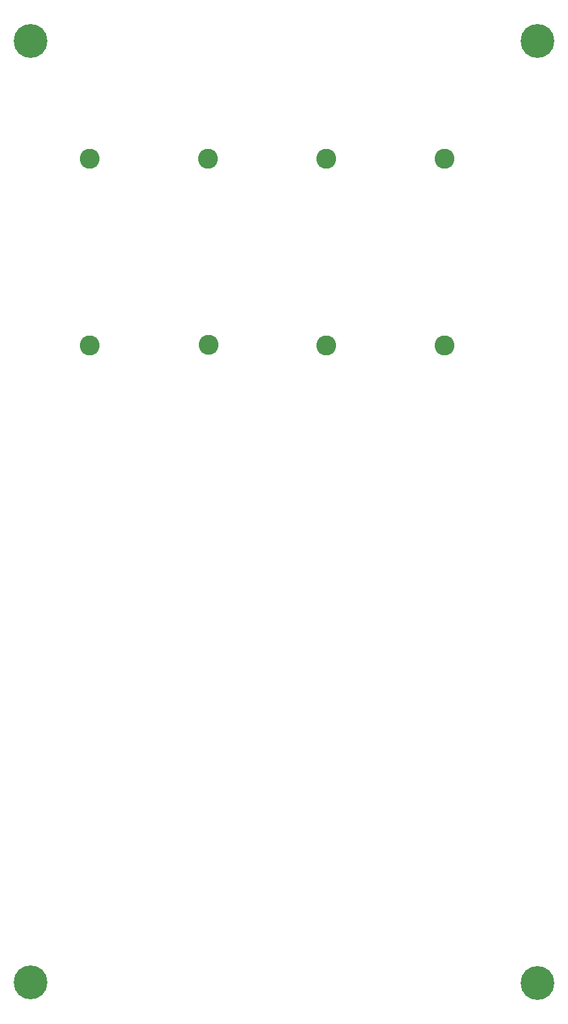
<source format=gbr>
%TF.GenerationSoftware,KiCad,Pcbnew,(5.1.6-0)*%
%TF.CreationDate,2020-12-24T13:42:28-08:00*%
%TF.ProjectId,panel_board,70616e65-6c5f-4626-9f61-72642e6b6963,rev?*%
%TF.SameCoordinates,Original*%
%TF.FileFunction,Soldermask,Top*%
%TF.FilePolarity,Negative*%
%FSLAX46Y46*%
G04 Gerber Fmt 4.6, Leading zero omitted, Abs format (unit mm)*
G04 Created by KiCad (PCBNEW (5.1.6-0)) date 2020-12-24 13:42:28*
%MOMM*%
%LPD*%
G01*
G04 APERTURE LIST*
%ADD10C,2.600000*%
%ADD11C,4.399991*%
G04 APERTURE END LIST*
D10*
%TO.C,REF\u002A\u002A*%
X135900000Y-77975000D03*
%TD*%
%TO.C,REF\u002A\u002A*%
X120500000Y-77975000D03*
%TD*%
%TO.C,REF\u002A\u002A*%
X105100000Y-77965662D03*
%TD*%
%TO.C,REF\u002A\u002A*%
X89675000Y-77975000D03*
%TD*%
%TO.C,REF\u002A\u002A*%
X135875000Y-53725000D03*
%TD*%
%TO.C,REF\u002A\u002A*%
X120475000Y-53725000D03*
%TD*%
%TO.C,REF\u002A\u002A*%
X105075000Y-53715662D03*
%TD*%
%TO.C,REF\u002A\u002A*%
X89650000Y-53725000D03*
%TD*%
D11*
%TO.C,H1*%
X81950000Y-38400000D03*
%TD*%
%TO.C,H2*%
X147975000Y-38425000D03*
%TD*%
%TO.C,H3*%
X147975000Y-160950000D03*
%TD*%
%TO.C,H4*%
X81925000Y-160925000D03*
%TD*%
M02*

</source>
